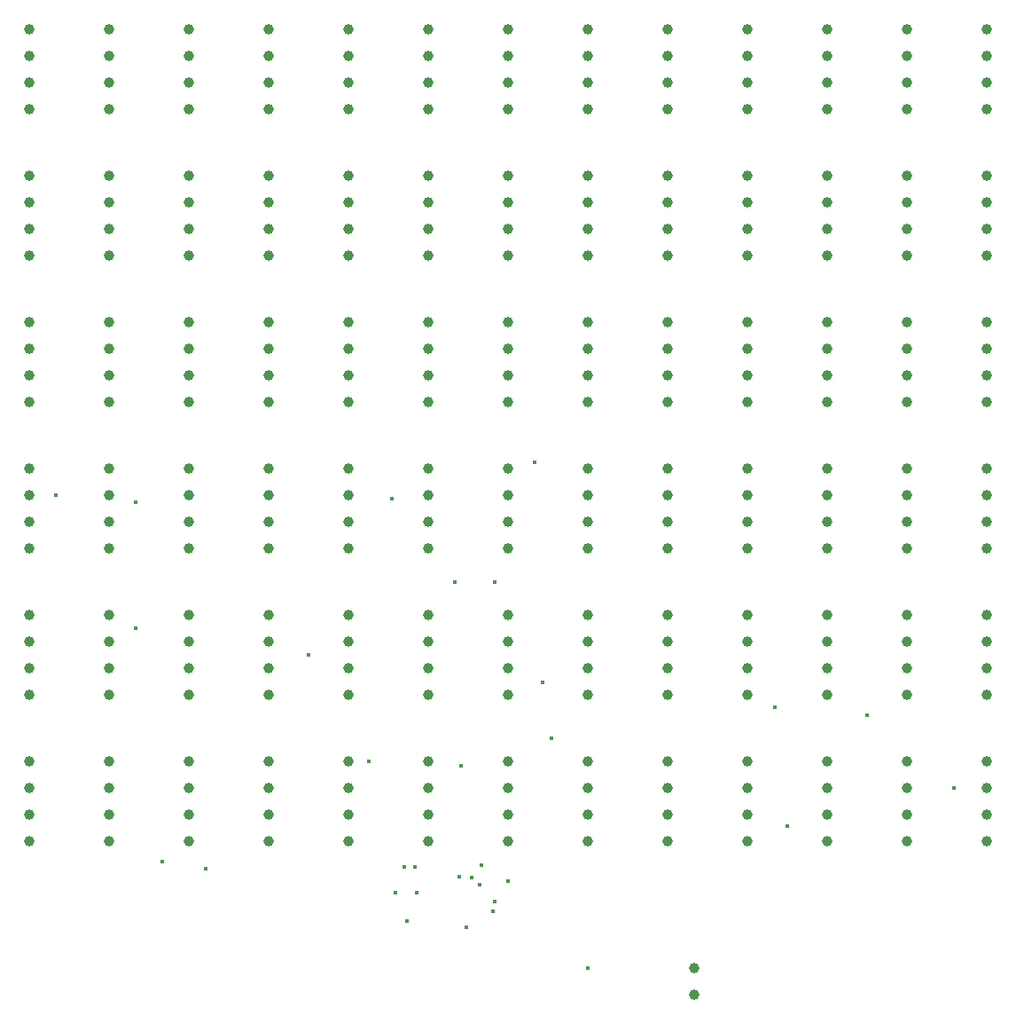
<source format=gbr>
%TF.GenerationSoftware,KiCad,Pcbnew,8.0.2-1*%
%TF.CreationDate,2024-08-03T10:32:17+02:00*%
%TF.ProjectId,dev-board,6465762d-626f-4617-9264-2e6b69636164,1.0*%
%TF.SameCoordinates,Original*%
%TF.FileFunction,Plated,1,2,PTH,Drill*%
%TF.FilePolarity,Positive*%
%FSLAX46Y46*%
G04 Gerber Fmt 4.6, Leading zero omitted, Abs format (unit mm)*
G04 Created by KiCad (PCBNEW 8.0.2-1) date 2024-08-03 10:32:17*
%MOMM*%
%LPD*%
G01*
G04 APERTURE LIST*
%TA.AperFunction,ViaDrill*%
%ADD10C,0.400000*%
%TD*%
%TA.AperFunction,ComponentDrill*%
%ADD11C,1.000000*%
%TD*%
G04 APERTURE END LIST*
D10*
X108585000Y-94620000D03*
X116205000Y-95250000D03*
X116205000Y-107315000D03*
X118745000Y-129540000D03*
X122899848Y-130279446D03*
X132715000Y-109855000D03*
X138430000Y-120015000D03*
X140652500Y-94937500D03*
X140983290Y-132540084D03*
X141856675Y-130090774D03*
X142092097Y-135287583D03*
X142875000Y-130084500D03*
X143001140Y-132508738D03*
X146685000Y-102875000D03*
X147123628Y-131006371D03*
X147255349Y-120469249D03*
X147790500Y-135828878D03*
X148270927Y-131129072D03*
X149045500Y-131816582D03*
X149225000Y-129930304D03*
X150288787Y-134327998D03*
X150495000Y-102870000D03*
X150495000Y-133350000D03*
X151765000Y-131445000D03*
X154305000Y-91440000D03*
X155040000Y-112495000D03*
X155895000Y-117795000D03*
X159385000Y-139700000D03*
X177250000Y-114850000D03*
X178435000Y-126180000D03*
X186055000Y-115575000D03*
X194310000Y-122555000D03*
D11*
%TO.C,J1*%
X106045000Y-50165000D03*
X106045000Y-52705000D03*
%TO.C,J14*%
X106045000Y-55245000D03*
X106045000Y-57785000D03*
%TO.C,J27*%
X106045000Y-64135000D03*
X106045000Y-66675000D03*
%TO.C,J40*%
X106045000Y-69215000D03*
X106045000Y-71755000D03*
%TO.C,J53*%
X106045000Y-78105000D03*
X106045000Y-80645000D03*
%TO.C,J66*%
X106045000Y-83185000D03*
X106045000Y-85725000D03*
%TO.C,J79*%
X106045000Y-92075000D03*
X106045000Y-94615000D03*
%TO.C,J92*%
X106045000Y-97160000D03*
X106045000Y-99700000D03*
%TO.C,J105*%
X106045000Y-106045000D03*
X106045000Y-108585000D03*
%TO.C,J118*%
X106045000Y-111125000D03*
X106045000Y-113665000D03*
%TO.C,J132*%
X106045000Y-120015000D03*
X106045000Y-122555000D03*
%TO.C,J145*%
X106045000Y-125095000D03*
X106045000Y-127635000D03*
%TO.C,J2*%
X113665000Y-50165000D03*
X113665000Y-52705000D03*
%TO.C,J15*%
X113665000Y-55245000D03*
X113665000Y-57785000D03*
%TO.C,J28*%
X113665000Y-64135000D03*
X113665000Y-66675000D03*
%TO.C,J41*%
X113665000Y-69215000D03*
X113665000Y-71755000D03*
%TO.C,J54*%
X113665000Y-78110000D03*
X113665000Y-80650000D03*
%TO.C,J67*%
X113665000Y-83190000D03*
X113665000Y-85730000D03*
%TO.C,J80*%
X113665000Y-92080000D03*
X113665000Y-94620000D03*
%TO.C,J93*%
X113665000Y-97160000D03*
X113665000Y-99700000D03*
%TO.C,J106*%
X113665000Y-106055000D03*
X113665000Y-108595000D03*
%TO.C,J119*%
X113665000Y-111130000D03*
X113665000Y-113670000D03*
%TO.C,J133*%
X113665000Y-120020000D03*
X113665000Y-122560000D03*
%TO.C,J146*%
X113665000Y-125100000D03*
X113665000Y-127640000D03*
%TO.C,J3*%
X121285000Y-50165000D03*
X121285000Y-52705000D03*
%TO.C,J16*%
X121285000Y-55245000D03*
X121285000Y-57785000D03*
%TO.C,J29*%
X121285000Y-64140000D03*
X121285000Y-66680000D03*
%TO.C,J42*%
X121285000Y-69215000D03*
X121285000Y-71755000D03*
%TO.C,J55*%
X121285000Y-78115000D03*
X121285000Y-80655000D03*
%TO.C,J68*%
X121285000Y-83190000D03*
X121285000Y-85730000D03*
%TO.C,J81*%
X121285000Y-92085000D03*
X121285000Y-94625000D03*
%TO.C,J94*%
X121285000Y-97165000D03*
X121285000Y-99705000D03*
%TO.C,J107*%
X121285000Y-106055000D03*
X121285000Y-108595000D03*
%TO.C,J120*%
X121285000Y-111135000D03*
X121285000Y-113675000D03*
%TO.C,J134*%
X121285000Y-120020000D03*
X121285000Y-122560000D03*
%TO.C,J147*%
X121285000Y-125100000D03*
X121285000Y-127640000D03*
%TO.C,J4*%
X128905000Y-50165000D03*
X128905000Y-52705000D03*
%TO.C,J17*%
X128905000Y-55245000D03*
X128905000Y-57785000D03*
%TO.C,J30*%
X128905000Y-64140000D03*
X128905000Y-66680000D03*
%TO.C,J43*%
X128905000Y-69215000D03*
X128905000Y-71755000D03*
%TO.C,J56*%
X128905000Y-78115000D03*
X128905000Y-80655000D03*
%TO.C,J69*%
X128905000Y-83190000D03*
X128905000Y-85730000D03*
%TO.C,J82*%
X128905000Y-92080000D03*
X128905000Y-94620000D03*
%TO.C,J95*%
X128905000Y-97165000D03*
X128905000Y-99705000D03*
%TO.C,J108*%
X128905000Y-106050000D03*
X128905000Y-108590000D03*
%TO.C,J121*%
X128905000Y-111130000D03*
X128905000Y-113670000D03*
%TO.C,J135*%
X128905000Y-120025000D03*
X128905000Y-122565000D03*
%TO.C,J148*%
X128905000Y-125100000D03*
X128905000Y-127640000D03*
%TO.C,J5*%
X136525000Y-50165000D03*
X136525000Y-52705000D03*
%TO.C,J18*%
X136525000Y-55245000D03*
X136525000Y-57785000D03*
%TO.C,J31*%
X136525000Y-64140000D03*
X136525000Y-66680000D03*
%TO.C,J44*%
X136525000Y-69220000D03*
X136525000Y-71760000D03*
%TO.C,J57*%
X136525000Y-78115000D03*
X136525000Y-80655000D03*
%TO.C,J70*%
X136525000Y-83195000D03*
X136525000Y-85735000D03*
%TO.C,J83*%
X136525000Y-92085000D03*
X136525000Y-94625000D03*
%TO.C,J96*%
X136525000Y-97165000D03*
X136525000Y-99705000D03*
%TO.C,J109*%
X136525000Y-106055000D03*
X136525000Y-108595000D03*
%TO.C,J122*%
X136525000Y-111135000D03*
X136525000Y-113675000D03*
%TO.C,J136*%
X136525000Y-120020000D03*
X136525000Y-122560000D03*
%TO.C,J149*%
X136525000Y-125105000D03*
X136525000Y-127645000D03*
%TO.C,J6*%
X144145000Y-50165000D03*
X144145000Y-52705000D03*
%TO.C,J19*%
X144145000Y-55245000D03*
X144145000Y-57785000D03*
%TO.C,J32*%
X144145000Y-64140000D03*
X144145000Y-66680000D03*
%TO.C,J45*%
X144145000Y-69220000D03*
X144145000Y-71760000D03*
%TO.C,J58*%
X144145000Y-78110000D03*
X144145000Y-80650000D03*
%TO.C,J71*%
X144145000Y-83190000D03*
X144145000Y-85730000D03*
%TO.C,J84*%
X144145000Y-92080000D03*
X144145000Y-94620000D03*
%TO.C,J97*%
X144145000Y-97165000D03*
X144145000Y-99705000D03*
%TO.C,J110*%
X144145000Y-106050000D03*
X144145000Y-108590000D03*
%TO.C,J123*%
X144145000Y-111135000D03*
X144145000Y-113675000D03*
%TO.C,J137*%
X144145000Y-120025000D03*
X144145000Y-122565000D03*
%TO.C,J150*%
X144145000Y-125105000D03*
X144145000Y-127645000D03*
%TO.C,J7*%
X151765000Y-50165000D03*
X151765000Y-52705000D03*
%TO.C,J20*%
X151765000Y-55245000D03*
X151765000Y-57785000D03*
%TO.C,J33*%
X151765000Y-64140000D03*
X151765000Y-66680000D03*
%TO.C,J46*%
X151765000Y-69225000D03*
X151765000Y-71765000D03*
%TO.C,J59*%
X151765000Y-78115000D03*
X151765000Y-80655000D03*
%TO.C,J72*%
X151765000Y-83195000D03*
X151765000Y-85735000D03*
%TO.C,J85*%
X151765000Y-92085000D03*
X151765000Y-94625000D03*
%TO.C,J98*%
X151765000Y-97165000D03*
X151765000Y-99705000D03*
%TO.C,J111*%
X151765000Y-106050000D03*
X151765000Y-108590000D03*
%TO.C,J124*%
X151765000Y-111135000D03*
X151765000Y-113675000D03*
%TO.C,J138*%
X151765000Y-120025000D03*
X151765000Y-122565000D03*
%TO.C,J151*%
X151765000Y-125100000D03*
X151765000Y-127640000D03*
%TO.C,J8*%
X159385000Y-50165000D03*
X159385000Y-52705000D03*
%TO.C,J21*%
X159385000Y-55245000D03*
X159385000Y-57785000D03*
%TO.C,J34*%
X159385000Y-64145000D03*
X159385000Y-66685000D03*
%TO.C,J47*%
X159385000Y-69220000D03*
X159385000Y-71760000D03*
%TO.C,J60*%
X159385000Y-78115000D03*
X159385000Y-80655000D03*
%TO.C,J73*%
X159385000Y-83190000D03*
X159385000Y-85730000D03*
%TO.C,J86*%
X159385000Y-92085000D03*
X159385000Y-94625000D03*
%TO.C,J99*%
X159385000Y-97165000D03*
X159385000Y-99705000D03*
%TO.C,J112*%
X159385000Y-106050000D03*
X159385000Y-108590000D03*
%TO.C,J125*%
X159385000Y-111135000D03*
X159385000Y-113675000D03*
%TO.C,J139*%
X159385000Y-120020000D03*
X159385000Y-122560000D03*
%TO.C,J152*%
X159385000Y-125100000D03*
X159385000Y-127640000D03*
%TO.C,J9*%
X167005000Y-50165000D03*
X167005000Y-52705000D03*
%TO.C,J22*%
X167005000Y-55245000D03*
X167005000Y-57785000D03*
%TO.C,J35*%
X167005000Y-64140000D03*
X167005000Y-66680000D03*
%TO.C,J48*%
X167005000Y-69220000D03*
X167005000Y-71760000D03*
%TO.C,J61*%
X167005000Y-78110000D03*
X167005000Y-80650000D03*
%TO.C,J74*%
X167005000Y-83195000D03*
X167005000Y-85735000D03*
%TO.C,J87*%
X167005000Y-92080000D03*
X167005000Y-94620000D03*
%TO.C,J100*%
X167005000Y-97160000D03*
X167005000Y-99700000D03*
%TO.C,J113*%
X167005000Y-106050000D03*
X167005000Y-108590000D03*
%TO.C,J126*%
X167005000Y-111135000D03*
X167005000Y-113675000D03*
%TO.C,J140*%
X167005000Y-120025000D03*
X167005000Y-122565000D03*
%TO.C,J153*%
X167005000Y-125105000D03*
X167005000Y-127645000D03*
%TO.C,J158*%
X169545000Y-139700000D03*
X169545000Y-142240000D03*
%TO.C,J10*%
X174625000Y-50165000D03*
X174625000Y-52705000D03*
%TO.C,J23*%
X174625000Y-55245000D03*
X174625000Y-57785000D03*
%TO.C,J36*%
X174625000Y-64140000D03*
X174625000Y-66680000D03*
%TO.C,J49*%
X174625000Y-69220000D03*
X174625000Y-71760000D03*
%TO.C,J62*%
X174625000Y-78110000D03*
X174625000Y-80650000D03*
%TO.C,J75*%
X174625000Y-83195000D03*
X174625000Y-85735000D03*
%TO.C,J88*%
X174625000Y-92085000D03*
X174625000Y-94625000D03*
%TO.C,J101*%
X174625000Y-97165000D03*
X174625000Y-99705000D03*
%TO.C,J114*%
X174625000Y-106050000D03*
X174625000Y-108590000D03*
%TO.C,J127*%
X174625000Y-111130000D03*
X174625000Y-113670000D03*
%TO.C,J141*%
X174625000Y-120025000D03*
X174625000Y-122565000D03*
%TO.C,J154*%
X174625000Y-125100000D03*
X174625000Y-127640000D03*
%TO.C,J11*%
X182245000Y-50165000D03*
X182245000Y-52705000D03*
%TO.C,J24*%
X182245000Y-55245000D03*
X182245000Y-57785000D03*
%TO.C,J37*%
X182245000Y-64140000D03*
X182245000Y-66680000D03*
%TO.C,J50*%
X182245000Y-69220000D03*
X182245000Y-71760000D03*
%TO.C,J63*%
X182245000Y-78110000D03*
X182245000Y-80650000D03*
%TO.C,J76*%
X182245000Y-83190000D03*
X182245000Y-85730000D03*
%TO.C,J89*%
X182245000Y-92080000D03*
X182245000Y-94620000D03*
%TO.C,J102*%
X182245000Y-97165000D03*
X182245000Y-99705000D03*
%TO.C,J115*%
X182245000Y-106055000D03*
X182245000Y-108595000D03*
%TO.C,J128*%
X182245000Y-111135000D03*
X182245000Y-113675000D03*
%TO.C,J142*%
X182245000Y-120020000D03*
X182245000Y-122560000D03*
%TO.C,J155*%
X182245000Y-125105000D03*
X182245000Y-127645000D03*
%TO.C,J12*%
X189865000Y-50165000D03*
X189865000Y-52705000D03*
%TO.C,J25*%
X189865000Y-55245000D03*
X189865000Y-57785000D03*
%TO.C,J38*%
X189865000Y-64145000D03*
X189865000Y-66685000D03*
%TO.C,J51*%
X189865000Y-69220000D03*
X189865000Y-71760000D03*
%TO.C,J64*%
X189865000Y-78115000D03*
X189865000Y-80655000D03*
%TO.C,J77*%
X189865000Y-83195000D03*
X189865000Y-85735000D03*
%TO.C,J90*%
X189865000Y-92080000D03*
X189865000Y-94620000D03*
%TO.C,J103*%
X189865000Y-97160000D03*
X189865000Y-99700000D03*
%TO.C,J116*%
X189865000Y-106055000D03*
X189865000Y-108595000D03*
%TO.C,J129*%
X189865000Y-111135000D03*
X189865000Y-113675000D03*
%TO.C,J143*%
X189865000Y-120020000D03*
X189865000Y-122560000D03*
%TO.C,J156*%
X189865000Y-125105000D03*
X189865000Y-127645000D03*
%TO.C,J13*%
X197485000Y-50165000D03*
X197485000Y-52705000D03*
%TO.C,J26*%
X197485000Y-55245000D03*
X197485000Y-57785000D03*
%TO.C,J39*%
X197485000Y-64145000D03*
X197485000Y-66685000D03*
%TO.C,J52*%
X197485000Y-69225000D03*
X197485000Y-71765000D03*
%TO.C,J65*%
X197485000Y-78110000D03*
X197485000Y-80650000D03*
%TO.C,J78*%
X197485000Y-83190000D03*
X197485000Y-85730000D03*
%TO.C,J91*%
X197485000Y-92085000D03*
X197485000Y-94625000D03*
%TO.C,J104*%
X197485000Y-97160000D03*
X197485000Y-99700000D03*
%TO.C,J117*%
X197485000Y-106050000D03*
X197485000Y-108590000D03*
%TO.C,J130*%
X197485000Y-111130000D03*
X197485000Y-113670000D03*
%TO.C,J131*%
X197485000Y-120020000D03*
X197485000Y-122560000D03*
%TO.C,J144*%
X197485000Y-125105000D03*
X197485000Y-127645000D03*
M02*

</source>
